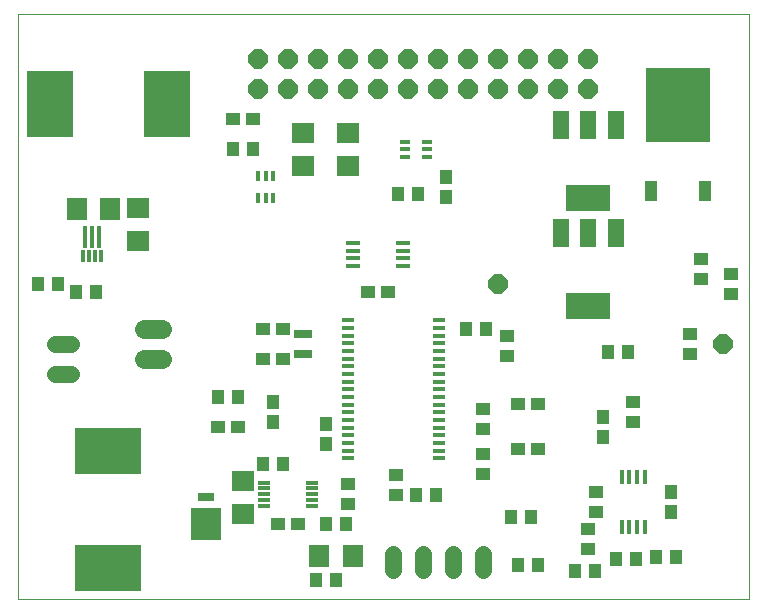
<source format=gts>
G75*
%MOIN*%
%OFA0B0*%
%FSLAX24Y24*%
%IPPOS*%
%LPD*%
%AMOC8*
5,1,8,0,0,1.08239X$1,22.5*
%
%ADD10C,0.0000*%
%ADD11R,0.0473X0.0434*%
%ADD12R,0.0434X0.0473*%
%ADD13R,0.0512X0.0158*%
%ADD14R,0.0750X0.0670*%
%ADD15R,0.2166X0.2481*%
%ADD16R,0.0434X0.0670*%
%ADD17C,0.0580*%
%ADD18C,0.0640*%
%ADD19R,0.0591X0.0316*%
%ADD20R,0.0749X0.0670*%
%ADD21R,0.0670X0.0749*%
%ADD22R,0.0433X0.0157*%
%ADD23R,0.0170X0.0740*%
%ADD24R,0.0170X0.0440*%
%ADD25R,0.0177X0.0354*%
%ADD26R,0.0354X0.0177*%
%ADD27R,0.1556X0.2205*%
%ADD28R,0.2205X0.1556*%
%ADD29R,0.1040X0.1090*%
%ADD30R,0.0540X0.0290*%
%ADD31OC8,0.0640*%
%ADD32R,0.0520X0.0920*%
%ADD33R,0.1457X0.0906*%
%ADD34R,0.0434X0.0178*%
%ADD35R,0.0158X0.0512*%
%ADD36R,0.0670X0.0750*%
D10*
X000630Y000630D02*
X000630Y020126D01*
X025000Y020126D01*
X025000Y000630D01*
X000630Y000630D01*
D11*
X007295Y006380D03*
X007965Y006380D03*
X008795Y008630D03*
X009465Y008630D03*
X009465Y009630D03*
X008795Y009630D03*
X012295Y010880D03*
X012965Y010880D03*
X016930Y009415D03*
X016930Y008745D03*
X017295Y007130D03*
X017965Y007130D03*
X016130Y006965D03*
X016130Y006295D03*
X016130Y005465D03*
X016130Y004795D03*
X017295Y005630D03*
X017965Y005630D03*
X019880Y004215D03*
X019880Y003545D03*
X019630Y002965D03*
X019630Y002295D03*
X021130Y006545D03*
X021130Y007215D03*
X023030Y008795D03*
X023030Y009465D03*
X024380Y010795D03*
X024380Y011465D03*
X023380Y011295D03*
X023380Y011965D03*
X013210Y004765D03*
X013210Y004095D03*
X011630Y003795D03*
X011630Y004465D03*
X009965Y003130D03*
X009295Y003130D03*
X008465Y016630D03*
X007795Y016630D03*
D12*
X007795Y015630D03*
X008465Y015630D03*
X013295Y014130D03*
X013965Y014130D03*
X014880Y014045D03*
X014880Y014715D03*
X015545Y009630D03*
X016215Y009630D03*
X020295Y008880D03*
X020965Y008880D03*
X020130Y006715D03*
X020130Y006045D03*
X022380Y004215D03*
X022380Y003545D03*
X022565Y002030D03*
X021895Y002030D03*
X021215Y001980D03*
X020545Y001980D03*
X019865Y001580D03*
X019195Y001580D03*
X017965Y001780D03*
X017295Y001780D03*
X017045Y003380D03*
X017715Y003380D03*
X014565Y004120D03*
X013895Y004120D03*
X011565Y003130D03*
X010895Y003130D03*
X011215Y001280D03*
X010545Y001280D03*
X009465Y005130D03*
X008795Y005130D03*
X009130Y006545D03*
X009130Y007215D03*
X007965Y007380D03*
X007295Y007380D03*
X010880Y006465D03*
X010880Y005795D03*
X003215Y010880D03*
X002545Y010880D03*
X001965Y011130D03*
X001295Y011130D03*
D13*
X011798Y011747D03*
X011798Y012002D03*
X011798Y012258D03*
X011798Y012514D03*
X013461Y012514D03*
X013461Y012258D03*
X013461Y012002D03*
X013461Y011747D03*
D14*
X011630Y015070D03*
X011630Y016190D03*
X010130Y016190D03*
X010130Y015070D03*
D15*
X022630Y017114D03*
D16*
X021732Y014240D03*
X023528Y014240D03*
D17*
X016130Y002150D02*
X016130Y001610D01*
X015130Y001610D02*
X015130Y002150D01*
X014130Y002150D02*
X014130Y001610D01*
X013130Y001610D02*
X013130Y002150D01*
X002400Y008130D02*
X001860Y008130D01*
X001860Y009130D02*
X002400Y009130D01*
D18*
X004830Y008630D02*
X005430Y008630D01*
X005430Y009630D02*
X004830Y009630D01*
D19*
X010130Y009465D03*
X010130Y008795D03*
D20*
X008130Y004581D03*
X008130Y003479D03*
X004630Y012579D03*
X004630Y013681D03*
D21*
X003681Y013630D03*
X002579Y013630D03*
D22*
X008823Y004524D03*
X008823Y004327D03*
X008823Y004130D03*
X008823Y003933D03*
X008823Y003736D03*
X010437Y003736D03*
X010437Y003933D03*
X010437Y004130D03*
X010437Y004327D03*
X010437Y004524D03*
D23*
X003321Y012720D03*
X003085Y012720D03*
X002849Y012720D03*
D24*
X002789Y012080D03*
X002986Y012080D03*
X003183Y012080D03*
X003380Y012080D03*
D25*
X008624Y014006D03*
X008880Y014006D03*
X009136Y014006D03*
X009136Y014754D03*
X008880Y014754D03*
X008624Y014754D03*
D26*
X013506Y015374D03*
X013506Y015630D03*
X013506Y015886D03*
X014254Y015886D03*
X014254Y015630D03*
X014254Y015374D03*
D27*
X005589Y017130D03*
X001671Y017130D03*
D28*
X003630Y005589D03*
X003630Y001671D03*
D29*
X006880Y003126D03*
D30*
X006880Y004055D03*
D31*
X016630Y011130D03*
X024130Y009130D03*
X019630Y017630D03*
X019630Y018630D03*
X018630Y018630D03*
X018630Y017630D03*
X017630Y017630D03*
X017630Y018630D03*
X016630Y018630D03*
X016630Y017630D03*
X015630Y017630D03*
X015630Y018630D03*
X014630Y018630D03*
X014630Y017630D03*
X013630Y017630D03*
X012630Y017630D03*
X012630Y018630D03*
X013630Y018630D03*
X011630Y018630D03*
X011630Y017630D03*
X010630Y017630D03*
X010630Y018630D03*
X009630Y018630D03*
X009630Y017630D03*
X008630Y017630D03*
X008630Y018630D03*
D32*
X018720Y016450D03*
X019630Y016450D03*
X020540Y016450D03*
X020540Y012850D03*
X019630Y012850D03*
X018720Y012850D03*
D33*
X019630Y014010D03*
X019630Y010410D03*
D34*
X014646Y009933D03*
X014646Y009677D03*
X014646Y009421D03*
X014646Y009165D03*
X014646Y008910D03*
X014646Y008654D03*
X014646Y008398D03*
X014646Y008142D03*
X014646Y007886D03*
X014646Y007630D03*
X014646Y007374D03*
X014646Y007118D03*
X014646Y006862D03*
X014646Y006606D03*
X014646Y006350D03*
X014646Y006095D03*
X014646Y005839D03*
X014646Y005583D03*
X014646Y005327D03*
X011614Y005327D03*
X011614Y005583D03*
X011614Y005839D03*
X011614Y006095D03*
X011614Y006350D03*
X011614Y006606D03*
X011614Y006862D03*
X011614Y007118D03*
X011614Y007374D03*
X011614Y007630D03*
X011614Y007886D03*
X011614Y008142D03*
X011614Y008398D03*
X011614Y008654D03*
X011614Y008910D03*
X011614Y009165D03*
X011614Y009421D03*
X011614Y009677D03*
X011614Y009933D03*
D35*
X020746Y004711D03*
X021002Y004711D03*
X021258Y004711D03*
X021513Y004711D03*
X021513Y003048D03*
X021258Y003048D03*
X021002Y003048D03*
X020746Y003048D03*
D36*
X011790Y002080D03*
X010670Y002080D03*
M02*

</source>
